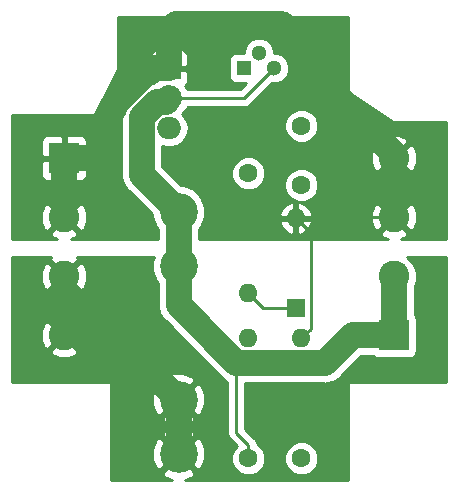
<source format=gbr>
G04 #@! TF.GenerationSoftware,KiCad,Pcbnew,5.0.2-bee76a0~70~ubuntu16.04.1*
G04 #@! TF.CreationDate,2022-01-22T20:55:08+01:00*
G04 #@! TF.ProjectId,Crowbar2,43726f77-6261-4723-922e-6b696361645f,rev?*
G04 #@! TF.SameCoordinates,Original*
G04 #@! TF.FileFunction,Copper,L1,Top*
G04 #@! TF.FilePolarity,Positive*
%FSLAX46Y46*%
G04 Gerber Fmt 4.6, Leading zero omitted, Abs format (unit mm)*
G04 Created by KiCad (PCBNEW 5.0.2-bee76a0~70~ubuntu16.04.1) date lör 22 jan 2022 20:55:08*
%MOMM*%
%LPD*%
G01*
G04 APERTURE LIST*
G04 #@! TA.AperFunction,ComponentPad*
%ADD10C,3.200000*%
G04 #@! TD*
G04 #@! TA.AperFunction,ComponentPad*
%ADD11R,1.600000X1.600000*%
G04 #@! TD*
G04 #@! TA.AperFunction,ComponentPad*
%ADD12O,1.600000X1.600000*%
G04 #@! TD*
G04 #@! TA.AperFunction,ComponentPad*
%ADD13C,1.600000*%
G04 #@! TD*
G04 #@! TA.AperFunction,ComponentPad*
%ADD14R,2.000000X1.905000*%
G04 #@! TD*
G04 #@! TA.AperFunction,ComponentPad*
%ADD15O,2.000000X1.905000*%
G04 #@! TD*
G04 #@! TA.AperFunction,ComponentPad*
%ADD16C,1.300000*%
G04 #@! TD*
G04 #@! TA.AperFunction,ComponentPad*
%ADD17R,1.300000X1.300000*%
G04 #@! TD*
G04 #@! TA.AperFunction,ComponentPad*
%ADD18C,2.600000*%
G04 #@! TD*
G04 #@! TA.AperFunction,ComponentPad*
%ADD19R,2.600000X2.600000*%
G04 #@! TD*
G04 #@! TA.AperFunction,Conductor*
%ADD20C,2.200000*%
G04 #@! TD*
G04 #@! TA.AperFunction,Conductor*
%ADD21C,0.250000*%
G04 #@! TD*
G04 #@! TA.AperFunction,Conductor*
%ADD22C,0.254000*%
G04 #@! TD*
G04 APERTURE END LIST*
D10*
G04 #@! TO.P,F1,2*
G04 #@! TO.N,Net-(F1-Pad2)*
X98600000Y-87270000D03*
X98600000Y-82670000D03*
G04 #@! TO.P,F1,1*
G04 #@! TO.N,Net-(C1-Pad1)*
X98600000Y-71370000D03*
X98600000Y-66770000D03*
G04 #@! TD*
D11*
G04 #@! TO.P,D1,1*
G04 #@! TO.N,Net-(D1-Pad1)*
X108500000Y-74930000D03*
D12*
G04 #@! TO.P,D1,2*
G04 #@! TO.N,Net-(D1-Pad2)*
X108500000Y-67310000D03*
G04 #@! TD*
D13*
G04 #@! TO.P,C1,1*
G04 #@! TO.N,Net-(C1-Pad1)*
X109000000Y-59500000D03*
G04 #@! TO.P,C1,2*
G04 #@! TO.N,Net-(C1-Pad2)*
X109000000Y-64500000D03*
G04 #@! TD*
D14*
G04 #@! TO.P,Q2,1*
G04 #@! TO.N,Net-(D1-Pad2)*
X97790000Y-54610000D03*
D15*
G04 #@! TO.P,Q2,2*
G04 #@! TO.N,Net-(C1-Pad1)*
X97790000Y-57150000D03*
G04 #@! TO.P,Q2,3*
G04 #@! TO.N,Net-(Q1-Pad1)*
X97790000Y-59690000D03*
G04 #@! TD*
D16*
G04 #@! TO.P,Q1,2*
G04 #@! TO.N,Net-(C1-Pad2)*
X105410000Y-53340000D03*
G04 #@! TO.P,Q1,3*
G04 #@! TO.N,Net-(C1-Pad1)*
X106680000Y-54610000D03*
D17*
G04 #@! TO.P,Q1,1*
G04 #@! TO.N,Net-(Q1-Pad1)*
X104140000Y-54610000D03*
G04 #@! TD*
D13*
G04 #@! TO.P,R3,1*
G04 #@! TO.N,Net-(Q1-Pad1)*
X109000000Y-87630000D03*
D12*
G04 #@! TO.P,R3,2*
G04 #@! TO.N,Net-(D1-Pad2)*
X109000000Y-77470000D03*
G04 #@! TD*
G04 #@! TO.P,R2,2*
G04 #@! TO.N,Net-(D1-Pad1)*
X104500000Y-73660000D03*
D13*
G04 #@! TO.P,R2,1*
G04 #@! TO.N,Net-(C1-Pad2)*
X104500000Y-63500000D03*
G04 #@! TD*
G04 #@! TO.P,R1,1*
G04 #@! TO.N,Net-(C1-Pad1)*
X104500000Y-87630000D03*
D12*
G04 #@! TO.P,R1,2*
G04 #@! TO.N,Net-(D1-Pad1)*
X104500000Y-77470000D03*
G04 #@! TD*
D18*
G04 #@! TO.P,J2,4*
G04 #@! TO.N,Net-(D1-Pad2)*
X116840000Y-62216000D03*
G04 #@! TO.P,J2,3*
X116840000Y-67216000D03*
G04 #@! TO.P,J2,2*
G04 #@! TO.N,Net-(C1-Pad1)*
X116840000Y-72216000D03*
D19*
G04 #@! TO.P,J2,1*
X116840000Y-77216000D03*
G04 #@! TD*
G04 #@! TO.P,J1,1*
G04 #@! TO.N,Net-(D1-Pad2)*
X88900000Y-62230000D03*
D18*
G04 #@! TO.P,J1,2*
X88900000Y-67230000D03*
G04 #@! TO.P,J1,3*
G04 #@! TO.N,Net-(F1-Pad2)*
X88900000Y-72230000D03*
G04 #@! TO.P,J1,4*
X88900000Y-77230000D03*
G04 #@! TD*
D20*
G04 #@! TO.N,Net-(D1-Pad2)*
X116840000Y-67216000D02*
X116840000Y-62216000D01*
X88900000Y-67230000D02*
X88900000Y-62230000D01*
D21*
X108594000Y-67216000D02*
X108500000Y-67310000D01*
X116840000Y-67216000D02*
X108594000Y-67216000D01*
X109799999Y-76670001D02*
X109000000Y-77470000D01*
X109799999Y-68609999D02*
X109799999Y-76670001D01*
X108500000Y-67310000D02*
X109799999Y-68609999D01*
D20*
X96520000Y-54610000D02*
X97790000Y-54610000D01*
X96092521Y-55037479D02*
X96520000Y-54610000D01*
X95815363Y-55037479D02*
X96092521Y-55037479D01*
X93089980Y-57762862D02*
X95815363Y-55037479D01*
X92710000Y-58420000D02*
X93089979Y-58040021D01*
X93089979Y-58040021D02*
X93089980Y-57762862D01*
X88900000Y-62230000D02*
X92400000Y-62230000D01*
X92400000Y-62230000D02*
X92710000Y-61920000D01*
X92710000Y-61920000D02*
X92710000Y-58420000D01*
X97790000Y-51457500D02*
X97790000Y-54610000D01*
X98342490Y-50905010D02*
X97790000Y-51457500D01*
X107367487Y-50905010D02*
X98342490Y-50905010D01*
X110871000Y-54408523D02*
X107367487Y-50905010D01*
X116840000Y-61849000D02*
X110871000Y-55880000D01*
X116840000Y-62216000D02*
X116840000Y-61849000D01*
X110871000Y-55880000D02*
X110871000Y-54408523D01*
G04 #@! TO.N,Net-(F1-Pad2)*
X88900000Y-72230000D02*
X88900000Y-77230000D01*
X93160000Y-77230000D02*
X98600000Y-82670000D01*
X88900000Y-77230000D02*
X93160000Y-77230000D01*
X98600000Y-82670000D02*
X98600000Y-87270000D01*
G04 #@! TO.N,Net-(C1-Pad1)*
X98600000Y-71370000D02*
X98600000Y-66770000D01*
X116840000Y-72216000D02*
X116840000Y-77216000D01*
X98600000Y-74678002D02*
X98600000Y-73632741D01*
X103491999Y-79570001D02*
X98600000Y-74678002D01*
X98600000Y-73632741D02*
X98600000Y-71370000D01*
X113340000Y-77216000D02*
X110985999Y-79570001D01*
X110985999Y-79570001D02*
X103491999Y-79570001D01*
X116840000Y-77216000D02*
X113340000Y-77216000D01*
D21*
X104140000Y-57150000D02*
X97790000Y-57150000D01*
X106680000Y-54610000D02*
X104140000Y-57150000D01*
X103491999Y-85490629D02*
X103491999Y-79570001D01*
X104500000Y-86498630D02*
X103491999Y-85490629D01*
X104500000Y-87630000D02*
X104500000Y-86498630D01*
D20*
X98600000Y-66770000D02*
X95489990Y-63659990D01*
X95489990Y-63659990D02*
X95489990Y-58756980D01*
X96809480Y-57437490D02*
X97502510Y-57437490D01*
X97502510Y-57437490D02*
X97790000Y-57150000D01*
X95489990Y-58756980D02*
X96809480Y-57437490D01*
D21*
G04 #@! TO.N,Net-(D1-Pad1)*
X105770000Y-74930000D02*
X104500000Y-73660000D01*
X108500000Y-74930000D02*
X105770000Y-74930000D01*
G04 #@! TD*
D22*
G04 #@! TO.N,Net-(D1-Pad2)*
G36*
X112903000Y-56515000D02*
X112912667Y-56563601D01*
X112940197Y-56604803D01*
X112959553Y-56620670D01*
X116769553Y-59160670D01*
X116840000Y-59182000D01*
X121210000Y-59182000D01*
X121210000Y-69088000D01*
X117400680Y-69088000D01*
X117894496Y-68883455D01*
X118029854Y-68585459D01*
X116840000Y-67395605D01*
X115650146Y-68585459D01*
X115785504Y-68883455D01*
X116316720Y-69088000D01*
X100335000Y-69088000D01*
X100335000Y-68195767D01*
X100494741Y-68036026D01*
X100650893Y-67659041D01*
X107108086Y-67659041D01*
X107347611Y-68165134D01*
X107762577Y-68541041D01*
X108150961Y-68701904D01*
X108373000Y-68579915D01*
X108373000Y-67437000D01*
X108627000Y-67437000D01*
X108627000Y-68579915D01*
X108849039Y-68701904D01*
X109237423Y-68541041D01*
X109652389Y-68165134D01*
X109891914Y-67659041D01*
X109770629Y-67437000D01*
X108627000Y-67437000D01*
X108373000Y-67437000D01*
X107229371Y-67437000D01*
X107108086Y-67659041D01*
X100650893Y-67659041D01*
X100835000Y-67214569D01*
X100835000Y-66960959D01*
X107108086Y-66960959D01*
X107229371Y-67183000D01*
X108373000Y-67183000D01*
X108373000Y-66040085D01*
X108150961Y-65918096D01*
X107762577Y-66078959D01*
X107347611Y-66454866D01*
X107108086Y-66960959D01*
X100835000Y-66960959D01*
X100835000Y-66325431D01*
X100494741Y-65503974D01*
X99866026Y-64875259D01*
X99044569Y-64535000D01*
X98818660Y-64535000D01*
X97498221Y-63214561D01*
X103065000Y-63214561D01*
X103065000Y-63785439D01*
X103283466Y-64312862D01*
X103687138Y-64716534D01*
X104214561Y-64935000D01*
X104785439Y-64935000D01*
X105312862Y-64716534D01*
X105716534Y-64312862D01*
X105757251Y-64214561D01*
X107565000Y-64214561D01*
X107565000Y-64785439D01*
X107783466Y-65312862D01*
X108187138Y-65716534D01*
X108714561Y-65935000D01*
X108818271Y-65935000D01*
X108627000Y-66040085D01*
X108627000Y-67183000D01*
X109770629Y-67183000D01*
X109891914Y-66960959D01*
X109853541Y-66879880D01*
X114895934Y-66879880D01*
X114915290Y-67649427D01*
X115172545Y-68270496D01*
X115470541Y-68405854D01*
X116660395Y-67216000D01*
X117019605Y-67216000D01*
X118209459Y-68405854D01*
X118507455Y-68270496D01*
X118784066Y-67552120D01*
X118764710Y-66782573D01*
X118507455Y-66161504D01*
X118209459Y-66026146D01*
X117019605Y-67216000D01*
X116660395Y-67216000D01*
X115470541Y-66026146D01*
X115172545Y-66161504D01*
X114895934Y-66879880D01*
X109853541Y-66879880D01*
X109652389Y-66454866D01*
X109237423Y-66078959D01*
X108889852Y-65935000D01*
X109285439Y-65935000D01*
X109498997Y-65846541D01*
X115650146Y-65846541D01*
X116840000Y-67036395D01*
X118029854Y-65846541D01*
X117894496Y-65548545D01*
X117176120Y-65271934D01*
X116406573Y-65291290D01*
X115785504Y-65548545D01*
X115650146Y-65846541D01*
X109498997Y-65846541D01*
X109812862Y-65716534D01*
X110216534Y-65312862D01*
X110435000Y-64785439D01*
X110435000Y-64214561D01*
X110216534Y-63687138D01*
X110114855Y-63585459D01*
X115650146Y-63585459D01*
X115785504Y-63883455D01*
X116503880Y-64160066D01*
X117273427Y-64140710D01*
X117894496Y-63883455D01*
X118029854Y-63585459D01*
X116840000Y-62395605D01*
X115650146Y-63585459D01*
X110114855Y-63585459D01*
X109812862Y-63283466D01*
X109285439Y-63065000D01*
X108714561Y-63065000D01*
X108187138Y-63283466D01*
X107783466Y-63687138D01*
X107565000Y-64214561D01*
X105757251Y-64214561D01*
X105935000Y-63785439D01*
X105935000Y-63214561D01*
X105716534Y-62687138D01*
X105312862Y-62283466D01*
X104785439Y-62065000D01*
X104214561Y-62065000D01*
X103687138Y-62283466D01*
X103283466Y-62687138D01*
X103065000Y-63214561D01*
X97498221Y-63214561D01*
X97224990Y-62941331D01*
X97224990Y-61879880D01*
X114895934Y-61879880D01*
X114915290Y-62649427D01*
X115172545Y-63270496D01*
X115470541Y-63405854D01*
X116660395Y-62216000D01*
X117019605Y-62216000D01*
X118209459Y-63405854D01*
X118507455Y-63270496D01*
X118784066Y-62552120D01*
X118764710Y-61782573D01*
X118507455Y-61161504D01*
X118209459Y-61026146D01*
X117019605Y-62216000D01*
X116660395Y-62216000D01*
X115470541Y-61026146D01*
X115172545Y-61161504D01*
X114895934Y-61879880D01*
X97224990Y-61879880D01*
X97224990Y-61205660D01*
X97586150Y-61277500D01*
X97993850Y-61277500D01*
X98456911Y-61185391D01*
X98982023Y-60834523D01*
X99332891Y-60309411D01*
X99456100Y-59690000D01*
X99361529Y-59214561D01*
X107565000Y-59214561D01*
X107565000Y-59785439D01*
X107783466Y-60312862D01*
X108187138Y-60716534D01*
X108714561Y-60935000D01*
X109285439Y-60935000D01*
X109498997Y-60846541D01*
X115650146Y-60846541D01*
X116840000Y-62036395D01*
X118029854Y-60846541D01*
X117894496Y-60548545D01*
X117176120Y-60271934D01*
X116406573Y-60291290D01*
X115785504Y-60548545D01*
X115650146Y-60846541D01*
X109498997Y-60846541D01*
X109812862Y-60716534D01*
X110216534Y-60312862D01*
X110435000Y-59785439D01*
X110435000Y-59214561D01*
X110216534Y-58687138D01*
X109812862Y-58283466D01*
X109285439Y-58065000D01*
X108714561Y-58065000D01*
X108187138Y-58283466D01*
X107783466Y-58687138D01*
X107565000Y-59214561D01*
X99361529Y-59214561D01*
X99332891Y-59070589D01*
X98982023Y-58545477D01*
X98901791Y-58491868D01*
X99137660Y-58256000D01*
X99368850Y-57910000D01*
X104065153Y-57910000D01*
X104140000Y-57924888D01*
X104214847Y-57910000D01*
X104214852Y-57910000D01*
X104436537Y-57865904D01*
X104687929Y-57697929D01*
X104730331Y-57634470D01*
X106469802Y-55895000D01*
X106935602Y-55895000D01*
X107407894Y-55699371D01*
X107769371Y-55337894D01*
X107965000Y-54865602D01*
X107965000Y-54354398D01*
X107769371Y-53882106D01*
X107407894Y-53520629D01*
X106935602Y-53325000D01*
X106695000Y-53325000D01*
X106695000Y-53084398D01*
X106499371Y-52612106D01*
X106137894Y-52250629D01*
X105665602Y-52055000D01*
X105154398Y-52055000D01*
X104682106Y-52250629D01*
X104320629Y-52612106D01*
X104125000Y-53084398D01*
X104125000Y-53312560D01*
X103490000Y-53312560D01*
X103242235Y-53361843D01*
X103032191Y-53502191D01*
X102891843Y-53712235D01*
X102842560Y-53960000D01*
X102842560Y-55260000D01*
X102891843Y-55507765D01*
X103032191Y-55717809D01*
X103242235Y-55858157D01*
X103490000Y-55907440D01*
X104307758Y-55907440D01*
X103825199Y-56390000D01*
X99368849Y-56390000D01*
X99165243Y-56085283D01*
X99328327Y-55922198D01*
X99425000Y-55688809D01*
X99425000Y-54895750D01*
X99266250Y-54737000D01*
X97917000Y-54737000D01*
X97917000Y-54757000D01*
X97663000Y-54757000D01*
X97663000Y-54737000D01*
X96313750Y-54737000D01*
X96155000Y-54895750D01*
X96155000Y-55688809D01*
X96197047Y-55790320D01*
X96132516Y-55803156D01*
X95976445Y-55907440D01*
X95558615Y-56186625D01*
X95461819Y-56331491D01*
X94383993Y-57409318D01*
X94239126Y-57506115D01*
X93998723Y-57865904D01*
X93855657Y-58080017D01*
X93721000Y-58756980D01*
X93754991Y-58927863D01*
X93754990Y-63489111D01*
X93721000Y-63659990D01*
X93754990Y-63830868D01*
X93754990Y-63830869D01*
X93855656Y-64336952D01*
X94239125Y-64910855D01*
X94383995Y-65007654D01*
X96365000Y-66988660D01*
X96365000Y-67214569D01*
X96705259Y-68036026D01*
X96865001Y-68195768D01*
X96865000Y-69088000D01*
X89494479Y-69088000D01*
X89954496Y-68897455D01*
X90089854Y-68599459D01*
X88900000Y-67409605D01*
X87710146Y-68599459D01*
X87845504Y-68897455D01*
X88340361Y-69088000D01*
X84530000Y-69088000D01*
X84530000Y-66893880D01*
X86955934Y-66893880D01*
X86975290Y-67663427D01*
X87232545Y-68284496D01*
X87530541Y-68419854D01*
X88720395Y-67230000D01*
X89079605Y-67230000D01*
X90269459Y-68419854D01*
X90567455Y-68284496D01*
X90844066Y-67566120D01*
X90824710Y-66796573D01*
X90567455Y-66175504D01*
X90269459Y-66040146D01*
X89079605Y-67230000D01*
X88720395Y-67230000D01*
X87530541Y-66040146D01*
X87232545Y-66175504D01*
X86955934Y-66893880D01*
X84530000Y-66893880D01*
X84530000Y-65860541D01*
X87710146Y-65860541D01*
X88900000Y-67050395D01*
X90089854Y-65860541D01*
X89954496Y-65562545D01*
X89236120Y-65285934D01*
X88466573Y-65305290D01*
X87845504Y-65562545D01*
X87710146Y-65860541D01*
X84530000Y-65860541D01*
X84530000Y-62515750D01*
X86965000Y-62515750D01*
X86965000Y-63656309D01*
X87061673Y-63889698D01*
X87240301Y-64068327D01*
X87473690Y-64165000D01*
X88614250Y-64165000D01*
X88773000Y-64006250D01*
X88773000Y-62357000D01*
X89027000Y-62357000D01*
X89027000Y-64006250D01*
X89185750Y-64165000D01*
X90326310Y-64165000D01*
X90559699Y-64068327D01*
X90738327Y-63889698D01*
X90835000Y-63656309D01*
X90835000Y-62515750D01*
X90676250Y-62357000D01*
X89027000Y-62357000D01*
X88773000Y-62357000D01*
X87123750Y-62357000D01*
X86965000Y-62515750D01*
X84530000Y-62515750D01*
X84530000Y-60803691D01*
X86965000Y-60803691D01*
X86965000Y-61944250D01*
X87123750Y-62103000D01*
X88773000Y-62103000D01*
X88773000Y-60453750D01*
X89027000Y-60453750D01*
X89027000Y-62103000D01*
X90676250Y-62103000D01*
X90835000Y-61944250D01*
X90835000Y-60803691D01*
X90738327Y-60570302D01*
X90559699Y-60391673D01*
X90326310Y-60295000D01*
X89185750Y-60295000D01*
X89027000Y-60453750D01*
X88773000Y-60453750D01*
X88614250Y-60295000D01*
X87473690Y-60295000D01*
X87240301Y-60391673D01*
X87061673Y-60570302D01*
X86965000Y-60803691D01*
X84530000Y-60803691D01*
X84530000Y-58547000D01*
X91440000Y-58547000D01*
X91488601Y-58537333D01*
X91529803Y-58509803D01*
X91553592Y-58476796D01*
X93458592Y-54666796D01*
X93472000Y-54610000D01*
X93472000Y-53531191D01*
X96155000Y-53531191D01*
X96155000Y-54324250D01*
X96313750Y-54483000D01*
X97663000Y-54483000D01*
X97663000Y-53181250D01*
X97917000Y-53181250D01*
X97917000Y-54483000D01*
X99266250Y-54483000D01*
X99425000Y-54324250D01*
X99425000Y-53531191D01*
X99328327Y-53297802D01*
X99149699Y-53119173D01*
X98916310Y-53022500D01*
X98075750Y-53022500D01*
X97917000Y-53181250D01*
X97663000Y-53181250D01*
X97504250Y-53022500D01*
X96663690Y-53022500D01*
X96430301Y-53119173D01*
X96251673Y-53297802D01*
X96155000Y-53531191D01*
X93472000Y-53531191D01*
X93472000Y-50240000D01*
X112903000Y-50240000D01*
X112903000Y-56515000D01*
X112903000Y-56515000D01*
G37*
X112903000Y-56515000D02*
X112912667Y-56563601D01*
X112940197Y-56604803D01*
X112959553Y-56620670D01*
X116769553Y-59160670D01*
X116840000Y-59182000D01*
X121210000Y-59182000D01*
X121210000Y-69088000D01*
X117400680Y-69088000D01*
X117894496Y-68883455D01*
X118029854Y-68585459D01*
X116840000Y-67395605D01*
X115650146Y-68585459D01*
X115785504Y-68883455D01*
X116316720Y-69088000D01*
X100335000Y-69088000D01*
X100335000Y-68195767D01*
X100494741Y-68036026D01*
X100650893Y-67659041D01*
X107108086Y-67659041D01*
X107347611Y-68165134D01*
X107762577Y-68541041D01*
X108150961Y-68701904D01*
X108373000Y-68579915D01*
X108373000Y-67437000D01*
X108627000Y-67437000D01*
X108627000Y-68579915D01*
X108849039Y-68701904D01*
X109237423Y-68541041D01*
X109652389Y-68165134D01*
X109891914Y-67659041D01*
X109770629Y-67437000D01*
X108627000Y-67437000D01*
X108373000Y-67437000D01*
X107229371Y-67437000D01*
X107108086Y-67659041D01*
X100650893Y-67659041D01*
X100835000Y-67214569D01*
X100835000Y-66960959D01*
X107108086Y-66960959D01*
X107229371Y-67183000D01*
X108373000Y-67183000D01*
X108373000Y-66040085D01*
X108150961Y-65918096D01*
X107762577Y-66078959D01*
X107347611Y-66454866D01*
X107108086Y-66960959D01*
X100835000Y-66960959D01*
X100835000Y-66325431D01*
X100494741Y-65503974D01*
X99866026Y-64875259D01*
X99044569Y-64535000D01*
X98818660Y-64535000D01*
X97498221Y-63214561D01*
X103065000Y-63214561D01*
X103065000Y-63785439D01*
X103283466Y-64312862D01*
X103687138Y-64716534D01*
X104214561Y-64935000D01*
X104785439Y-64935000D01*
X105312862Y-64716534D01*
X105716534Y-64312862D01*
X105757251Y-64214561D01*
X107565000Y-64214561D01*
X107565000Y-64785439D01*
X107783466Y-65312862D01*
X108187138Y-65716534D01*
X108714561Y-65935000D01*
X108818271Y-65935000D01*
X108627000Y-66040085D01*
X108627000Y-67183000D01*
X109770629Y-67183000D01*
X109891914Y-66960959D01*
X109853541Y-66879880D01*
X114895934Y-66879880D01*
X114915290Y-67649427D01*
X115172545Y-68270496D01*
X115470541Y-68405854D01*
X116660395Y-67216000D01*
X117019605Y-67216000D01*
X118209459Y-68405854D01*
X118507455Y-68270496D01*
X118784066Y-67552120D01*
X118764710Y-66782573D01*
X118507455Y-66161504D01*
X118209459Y-66026146D01*
X117019605Y-67216000D01*
X116660395Y-67216000D01*
X115470541Y-66026146D01*
X115172545Y-66161504D01*
X114895934Y-66879880D01*
X109853541Y-66879880D01*
X109652389Y-66454866D01*
X109237423Y-66078959D01*
X108889852Y-65935000D01*
X109285439Y-65935000D01*
X109498997Y-65846541D01*
X115650146Y-65846541D01*
X116840000Y-67036395D01*
X118029854Y-65846541D01*
X117894496Y-65548545D01*
X117176120Y-65271934D01*
X116406573Y-65291290D01*
X115785504Y-65548545D01*
X115650146Y-65846541D01*
X109498997Y-65846541D01*
X109812862Y-65716534D01*
X110216534Y-65312862D01*
X110435000Y-64785439D01*
X110435000Y-64214561D01*
X110216534Y-63687138D01*
X110114855Y-63585459D01*
X115650146Y-63585459D01*
X115785504Y-63883455D01*
X116503880Y-64160066D01*
X117273427Y-64140710D01*
X117894496Y-63883455D01*
X118029854Y-63585459D01*
X116840000Y-62395605D01*
X115650146Y-63585459D01*
X110114855Y-63585459D01*
X109812862Y-63283466D01*
X109285439Y-63065000D01*
X108714561Y-63065000D01*
X108187138Y-63283466D01*
X107783466Y-63687138D01*
X107565000Y-64214561D01*
X105757251Y-64214561D01*
X105935000Y-63785439D01*
X105935000Y-63214561D01*
X105716534Y-62687138D01*
X105312862Y-62283466D01*
X104785439Y-62065000D01*
X104214561Y-62065000D01*
X103687138Y-62283466D01*
X103283466Y-62687138D01*
X103065000Y-63214561D01*
X97498221Y-63214561D01*
X97224990Y-62941331D01*
X97224990Y-61879880D01*
X114895934Y-61879880D01*
X114915290Y-62649427D01*
X115172545Y-63270496D01*
X115470541Y-63405854D01*
X116660395Y-62216000D01*
X117019605Y-62216000D01*
X118209459Y-63405854D01*
X118507455Y-63270496D01*
X118784066Y-62552120D01*
X118764710Y-61782573D01*
X118507455Y-61161504D01*
X118209459Y-61026146D01*
X117019605Y-62216000D01*
X116660395Y-62216000D01*
X115470541Y-61026146D01*
X115172545Y-61161504D01*
X114895934Y-61879880D01*
X97224990Y-61879880D01*
X97224990Y-61205660D01*
X97586150Y-61277500D01*
X97993850Y-61277500D01*
X98456911Y-61185391D01*
X98982023Y-60834523D01*
X99332891Y-60309411D01*
X99456100Y-59690000D01*
X99361529Y-59214561D01*
X107565000Y-59214561D01*
X107565000Y-59785439D01*
X107783466Y-60312862D01*
X108187138Y-60716534D01*
X108714561Y-60935000D01*
X109285439Y-60935000D01*
X109498997Y-60846541D01*
X115650146Y-60846541D01*
X116840000Y-62036395D01*
X118029854Y-60846541D01*
X117894496Y-60548545D01*
X117176120Y-60271934D01*
X116406573Y-60291290D01*
X115785504Y-60548545D01*
X115650146Y-60846541D01*
X109498997Y-60846541D01*
X109812862Y-60716534D01*
X110216534Y-60312862D01*
X110435000Y-59785439D01*
X110435000Y-59214561D01*
X110216534Y-58687138D01*
X109812862Y-58283466D01*
X109285439Y-58065000D01*
X108714561Y-58065000D01*
X108187138Y-58283466D01*
X107783466Y-58687138D01*
X107565000Y-59214561D01*
X99361529Y-59214561D01*
X99332891Y-59070589D01*
X98982023Y-58545477D01*
X98901791Y-58491868D01*
X99137660Y-58256000D01*
X99368850Y-57910000D01*
X104065153Y-57910000D01*
X104140000Y-57924888D01*
X104214847Y-57910000D01*
X104214852Y-57910000D01*
X104436537Y-57865904D01*
X104687929Y-57697929D01*
X104730331Y-57634470D01*
X106469802Y-55895000D01*
X106935602Y-55895000D01*
X107407894Y-55699371D01*
X107769371Y-55337894D01*
X107965000Y-54865602D01*
X107965000Y-54354398D01*
X107769371Y-53882106D01*
X107407894Y-53520629D01*
X106935602Y-53325000D01*
X106695000Y-53325000D01*
X106695000Y-53084398D01*
X106499371Y-52612106D01*
X106137894Y-52250629D01*
X105665602Y-52055000D01*
X105154398Y-52055000D01*
X104682106Y-52250629D01*
X104320629Y-52612106D01*
X104125000Y-53084398D01*
X104125000Y-53312560D01*
X103490000Y-53312560D01*
X103242235Y-53361843D01*
X103032191Y-53502191D01*
X102891843Y-53712235D01*
X102842560Y-53960000D01*
X102842560Y-55260000D01*
X102891843Y-55507765D01*
X103032191Y-55717809D01*
X103242235Y-55858157D01*
X103490000Y-55907440D01*
X104307758Y-55907440D01*
X103825199Y-56390000D01*
X99368849Y-56390000D01*
X99165243Y-56085283D01*
X99328327Y-55922198D01*
X99425000Y-55688809D01*
X99425000Y-54895750D01*
X99266250Y-54737000D01*
X97917000Y-54737000D01*
X97917000Y-54757000D01*
X97663000Y-54757000D01*
X97663000Y-54737000D01*
X96313750Y-54737000D01*
X96155000Y-54895750D01*
X96155000Y-55688809D01*
X96197047Y-55790320D01*
X96132516Y-55803156D01*
X95976445Y-55907440D01*
X95558615Y-56186625D01*
X95461819Y-56331491D01*
X94383993Y-57409318D01*
X94239126Y-57506115D01*
X93998723Y-57865904D01*
X93855657Y-58080017D01*
X93721000Y-58756980D01*
X93754991Y-58927863D01*
X93754990Y-63489111D01*
X93721000Y-63659990D01*
X93754990Y-63830868D01*
X93754990Y-63830869D01*
X93855656Y-64336952D01*
X94239125Y-64910855D01*
X94383995Y-65007654D01*
X96365000Y-66988660D01*
X96365000Y-67214569D01*
X96705259Y-68036026D01*
X96865001Y-68195768D01*
X96865000Y-69088000D01*
X89494479Y-69088000D01*
X89954496Y-68897455D01*
X90089854Y-68599459D01*
X88900000Y-67409605D01*
X87710146Y-68599459D01*
X87845504Y-68897455D01*
X88340361Y-69088000D01*
X84530000Y-69088000D01*
X84530000Y-66893880D01*
X86955934Y-66893880D01*
X86975290Y-67663427D01*
X87232545Y-68284496D01*
X87530541Y-68419854D01*
X88720395Y-67230000D01*
X89079605Y-67230000D01*
X90269459Y-68419854D01*
X90567455Y-68284496D01*
X90844066Y-67566120D01*
X90824710Y-66796573D01*
X90567455Y-66175504D01*
X90269459Y-66040146D01*
X89079605Y-67230000D01*
X88720395Y-67230000D01*
X87530541Y-66040146D01*
X87232545Y-66175504D01*
X86955934Y-66893880D01*
X84530000Y-66893880D01*
X84530000Y-65860541D01*
X87710146Y-65860541D01*
X88900000Y-67050395D01*
X90089854Y-65860541D01*
X89954496Y-65562545D01*
X89236120Y-65285934D01*
X88466573Y-65305290D01*
X87845504Y-65562545D01*
X87710146Y-65860541D01*
X84530000Y-65860541D01*
X84530000Y-62515750D01*
X86965000Y-62515750D01*
X86965000Y-63656309D01*
X87061673Y-63889698D01*
X87240301Y-64068327D01*
X87473690Y-64165000D01*
X88614250Y-64165000D01*
X88773000Y-64006250D01*
X88773000Y-62357000D01*
X89027000Y-62357000D01*
X89027000Y-64006250D01*
X89185750Y-64165000D01*
X90326310Y-64165000D01*
X90559699Y-64068327D01*
X90738327Y-63889698D01*
X90835000Y-63656309D01*
X90835000Y-62515750D01*
X90676250Y-62357000D01*
X89027000Y-62357000D01*
X88773000Y-62357000D01*
X87123750Y-62357000D01*
X86965000Y-62515750D01*
X84530000Y-62515750D01*
X84530000Y-60803691D01*
X86965000Y-60803691D01*
X86965000Y-61944250D01*
X87123750Y-62103000D01*
X88773000Y-62103000D01*
X88773000Y-60453750D01*
X89027000Y-60453750D01*
X89027000Y-62103000D01*
X90676250Y-62103000D01*
X90835000Y-61944250D01*
X90835000Y-60803691D01*
X90738327Y-60570302D01*
X90559699Y-60391673D01*
X90326310Y-60295000D01*
X89185750Y-60295000D01*
X89027000Y-60453750D01*
X88773000Y-60453750D01*
X88614250Y-60295000D01*
X87473690Y-60295000D01*
X87240301Y-60391673D01*
X87061673Y-60570302D01*
X86965000Y-60803691D01*
X84530000Y-60803691D01*
X84530000Y-58547000D01*
X91440000Y-58547000D01*
X91488601Y-58537333D01*
X91529803Y-58509803D01*
X91553592Y-58476796D01*
X93458592Y-54666796D01*
X93472000Y-54610000D01*
X93472000Y-53531191D01*
X96155000Y-53531191D01*
X96155000Y-54324250D01*
X96313750Y-54483000D01*
X97663000Y-54483000D01*
X97663000Y-53181250D01*
X97917000Y-53181250D01*
X97917000Y-54483000D01*
X99266250Y-54483000D01*
X99425000Y-54324250D01*
X99425000Y-53531191D01*
X99328327Y-53297802D01*
X99149699Y-53119173D01*
X98916310Y-53022500D01*
X98075750Y-53022500D01*
X97917000Y-53181250D01*
X97663000Y-53181250D01*
X97504250Y-53022500D01*
X96663690Y-53022500D01*
X96430301Y-53119173D01*
X96251673Y-53297802D01*
X96155000Y-53531191D01*
X93472000Y-53531191D01*
X93472000Y-50240000D01*
X112903000Y-50240000D01*
X112903000Y-56515000D01*
G04 #@! TO.N,Net-(F1-Pad2)*
G36*
X87710146Y-70860541D02*
X88900000Y-72050395D01*
X90089854Y-70860541D01*
X89976960Y-70612000D01*
X96494828Y-70612000D01*
X96365000Y-70925431D01*
X96365000Y-71814569D01*
X96705259Y-72636026D01*
X96865000Y-72795767D01*
X96865000Y-74507124D01*
X96831010Y-74678002D01*
X96865000Y-74848880D01*
X96865000Y-74848881D01*
X96965666Y-75354964D01*
X97349135Y-75928867D01*
X97494005Y-76025666D01*
X102144339Y-80676002D01*
X102241134Y-80820866D01*
X102732000Y-81148852D01*
X102731999Y-85415782D01*
X102717111Y-85490629D01*
X102731999Y-85565476D01*
X102731999Y-85565480D01*
X102776095Y-85787165D01*
X102944070Y-86038558D01*
X103007529Y-86080960D01*
X103513586Y-86587018D01*
X103283466Y-86817138D01*
X103065000Y-87344561D01*
X103065000Y-87915439D01*
X103283466Y-88442862D01*
X103687138Y-88846534D01*
X104214561Y-89065000D01*
X104785439Y-89065000D01*
X105312862Y-88846534D01*
X105716534Y-88442862D01*
X105935000Y-87915439D01*
X105935000Y-87344561D01*
X107565000Y-87344561D01*
X107565000Y-87915439D01*
X107783466Y-88442862D01*
X108187138Y-88846534D01*
X108714561Y-89065000D01*
X109285439Y-89065000D01*
X109812862Y-88846534D01*
X110216534Y-88442862D01*
X110435000Y-87915439D01*
X110435000Y-87344561D01*
X110216534Y-86817138D01*
X109812862Y-86413466D01*
X109285439Y-86195000D01*
X108714561Y-86195000D01*
X108187138Y-86413466D01*
X107783466Y-86817138D01*
X107565000Y-87344561D01*
X105935000Y-87344561D01*
X105716534Y-86817138D01*
X105312862Y-86413466D01*
X105253018Y-86388678D01*
X105215904Y-86202093D01*
X105215904Y-86202092D01*
X105090329Y-86014157D01*
X105047929Y-85950701D01*
X104984473Y-85908301D01*
X104251999Y-85175828D01*
X104251999Y-81305001D01*
X110815121Y-81305001D01*
X110985999Y-81338991D01*
X111156877Y-81305001D01*
X111156879Y-81305001D01*
X111662962Y-81204335D01*
X112236864Y-80820866D01*
X112333663Y-80675996D01*
X114058660Y-78951000D01*
X115066950Y-78951000D01*
X115082191Y-78973809D01*
X115292235Y-79114157D01*
X115540000Y-79163440D01*
X118140000Y-79163440D01*
X118387765Y-79114157D01*
X118597809Y-78973809D01*
X118738157Y-78763765D01*
X118787440Y-78516000D01*
X118787440Y-75916000D01*
X118738157Y-75668235D01*
X118597809Y-75458191D01*
X118575000Y-75442950D01*
X118575000Y-73083739D01*
X118775000Y-72600895D01*
X118775000Y-71831105D01*
X118480414Y-71119910D01*
X117972504Y-70612000D01*
X121210001Y-70612000D01*
X121210001Y-81153000D01*
X113030000Y-81153000D01*
X112981399Y-81162667D01*
X112940197Y-81190197D01*
X112912667Y-81231399D01*
X112903000Y-81280000D01*
X112903000Y-89460000D01*
X99171570Y-89460000D01*
X99834610Y-89185360D01*
X100006597Y-88856202D01*
X98600000Y-87449605D01*
X97193403Y-88856202D01*
X97365390Y-89185360D01*
X98060642Y-89460000D01*
X92837000Y-89460000D01*
X92837000Y-86862346D01*
X96357974Y-86862346D01*
X96372635Y-87751363D01*
X96684640Y-88504610D01*
X97013798Y-88676597D01*
X98420395Y-87270000D01*
X98779605Y-87270000D01*
X100186202Y-88676597D01*
X100515360Y-88504610D01*
X100842026Y-87677654D01*
X100827365Y-86788637D01*
X100515360Y-86035390D01*
X100186202Y-85863403D01*
X98779605Y-87270000D01*
X98420395Y-87270000D01*
X97013798Y-85863403D01*
X96684640Y-86035390D01*
X96357974Y-86862346D01*
X92837000Y-86862346D01*
X92837000Y-85683798D01*
X97193403Y-85683798D01*
X98600000Y-87090395D01*
X100006597Y-85683798D01*
X99834610Y-85354640D01*
X99007654Y-85027974D01*
X98118637Y-85042635D01*
X97365390Y-85354640D01*
X97193403Y-85683798D01*
X92837000Y-85683798D01*
X92837000Y-84256202D01*
X97193403Y-84256202D01*
X97365390Y-84585360D01*
X98192346Y-84912026D01*
X99081363Y-84897365D01*
X99834610Y-84585360D01*
X100006597Y-84256202D01*
X98600000Y-82849605D01*
X97193403Y-84256202D01*
X92837000Y-84256202D01*
X92837000Y-82262346D01*
X96357974Y-82262346D01*
X96372635Y-83151363D01*
X96684640Y-83904610D01*
X97013798Y-84076597D01*
X98420395Y-82670000D01*
X98779605Y-82670000D01*
X100186202Y-84076597D01*
X100515360Y-83904610D01*
X100842026Y-83077654D01*
X100827365Y-82188637D01*
X100515360Y-81435390D01*
X100186202Y-81263403D01*
X98779605Y-82670000D01*
X98420395Y-82670000D01*
X97013798Y-81263403D01*
X96684640Y-81435390D01*
X96357974Y-82262346D01*
X92837000Y-82262346D01*
X92837000Y-81280000D01*
X92827333Y-81231399D01*
X92799803Y-81190197D01*
X92758601Y-81162667D01*
X92710000Y-81153000D01*
X84530000Y-81153000D01*
X84530000Y-81083798D01*
X97193403Y-81083798D01*
X98600000Y-82490395D01*
X100006597Y-81083798D01*
X99834610Y-80754640D01*
X99007654Y-80427974D01*
X98118637Y-80442635D01*
X97365390Y-80754640D01*
X97193403Y-81083798D01*
X84530000Y-81083798D01*
X84530000Y-78599459D01*
X87710146Y-78599459D01*
X87845504Y-78897455D01*
X88563880Y-79174066D01*
X89333427Y-79154710D01*
X89954496Y-78897455D01*
X90089854Y-78599459D01*
X88900000Y-77409605D01*
X87710146Y-78599459D01*
X84530000Y-78599459D01*
X84530000Y-76893880D01*
X86955934Y-76893880D01*
X86975290Y-77663427D01*
X87232545Y-78284496D01*
X87530541Y-78419854D01*
X88720395Y-77230000D01*
X89079605Y-77230000D01*
X90269459Y-78419854D01*
X90567455Y-78284496D01*
X90844066Y-77566120D01*
X90824710Y-76796573D01*
X90567455Y-76175504D01*
X90269459Y-76040146D01*
X89079605Y-77230000D01*
X88720395Y-77230000D01*
X87530541Y-76040146D01*
X87232545Y-76175504D01*
X86955934Y-76893880D01*
X84530000Y-76893880D01*
X84530000Y-75860541D01*
X87710146Y-75860541D01*
X88900000Y-77050395D01*
X90089854Y-75860541D01*
X89954496Y-75562545D01*
X89236120Y-75285934D01*
X88466573Y-75305290D01*
X87845504Y-75562545D01*
X87710146Y-75860541D01*
X84530000Y-75860541D01*
X84530000Y-73599459D01*
X87710146Y-73599459D01*
X87845504Y-73897455D01*
X88563880Y-74174066D01*
X89333427Y-74154710D01*
X89954496Y-73897455D01*
X90089854Y-73599459D01*
X88900000Y-72409605D01*
X87710146Y-73599459D01*
X84530000Y-73599459D01*
X84530000Y-71893880D01*
X86955934Y-71893880D01*
X86975290Y-72663427D01*
X87232545Y-73284496D01*
X87530541Y-73419854D01*
X88720395Y-72230000D01*
X89079605Y-72230000D01*
X90269459Y-73419854D01*
X90567455Y-73284496D01*
X90844066Y-72566120D01*
X90824710Y-71796573D01*
X90567455Y-71175504D01*
X90269459Y-71040146D01*
X89079605Y-72230000D01*
X88720395Y-72230000D01*
X87530541Y-71040146D01*
X87232545Y-71175504D01*
X86955934Y-71893880D01*
X84530000Y-71893880D01*
X84530000Y-70612000D01*
X87823040Y-70612000D01*
X87710146Y-70860541D01*
X87710146Y-70860541D01*
G37*
X87710146Y-70860541D02*
X88900000Y-72050395D01*
X90089854Y-70860541D01*
X89976960Y-70612000D01*
X96494828Y-70612000D01*
X96365000Y-70925431D01*
X96365000Y-71814569D01*
X96705259Y-72636026D01*
X96865000Y-72795767D01*
X96865000Y-74507124D01*
X96831010Y-74678002D01*
X96865000Y-74848880D01*
X96865000Y-74848881D01*
X96965666Y-75354964D01*
X97349135Y-75928867D01*
X97494005Y-76025666D01*
X102144339Y-80676002D01*
X102241134Y-80820866D01*
X102732000Y-81148852D01*
X102731999Y-85415782D01*
X102717111Y-85490629D01*
X102731999Y-85565476D01*
X102731999Y-85565480D01*
X102776095Y-85787165D01*
X102944070Y-86038558D01*
X103007529Y-86080960D01*
X103513586Y-86587018D01*
X103283466Y-86817138D01*
X103065000Y-87344561D01*
X103065000Y-87915439D01*
X103283466Y-88442862D01*
X103687138Y-88846534D01*
X104214561Y-89065000D01*
X104785439Y-89065000D01*
X105312862Y-88846534D01*
X105716534Y-88442862D01*
X105935000Y-87915439D01*
X105935000Y-87344561D01*
X107565000Y-87344561D01*
X107565000Y-87915439D01*
X107783466Y-88442862D01*
X108187138Y-88846534D01*
X108714561Y-89065000D01*
X109285439Y-89065000D01*
X109812862Y-88846534D01*
X110216534Y-88442862D01*
X110435000Y-87915439D01*
X110435000Y-87344561D01*
X110216534Y-86817138D01*
X109812862Y-86413466D01*
X109285439Y-86195000D01*
X108714561Y-86195000D01*
X108187138Y-86413466D01*
X107783466Y-86817138D01*
X107565000Y-87344561D01*
X105935000Y-87344561D01*
X105716534Y-86817138D01*
X105312862Y-86413466D01*
X105253018Y-86388678D01*
X105215904Y-86202093D01*
X105215904Y-86202092D01*
X105090329Y-86014157D01*
X105047929Y-85950701D01*
X104984473Y-85908301D01*
X104251999Y-85175828D01*
X104251999Y-81305001D01*
X110815121Y-81305001D01*
X110985999Y-81338991D01*
X111156877Y-81305001D01*
X111156879Y-81305001D01*
X111662962Y-81204335D01*
X112236864Y-80820866D01*
X112333663Y-80675996D01*
X114058660Y-78951000D01*
X115066950Y-78951000D01*
X115082191Y-78973809D01*
X115292235Y-79114157D01*
X115540000Y-79163440D01*
X118140000Y-79163440D01*
X118387765Y-79114157D01*
X118597809Y-78973809D01*
X118738157Y-78763765D01*
X118787440Y-78516000D01*
X118787440Y-75916000D01*
X118738157Y-75668235D01*
X118597809Y-75458191D01*
X118575000Y-75442950D01*
X118575000Y-73083739D01*
X118775000Y-72600895D01*
X118775000Y-71831105D01*
X118480414Y-71119910D01*
X117972504Y-70612000D01*
X121210001Y-70612000D01*
X121210001Y-81153000D01*
X113030000Y-81153000D01*
X112981399Y-81162667D01*
X112940197Y-81190197D01*
X112912667Y-81231399D01*
X112903000Y-81280000D01*
X112903000Y-89460000D01*
X99171570Y-89460000D01*
X99834610Y-89185360D01*
X100006597Y-88856202D01*
X98600000Y-87449605D01*
X97193403Y-88856202D01*
X97365390Y-89185360D01*
X98060642Y-89460000D01*
X92837000Y-89460000D01*
X92837000Y-86862346D01*
X96357974Y-86862346D01*
X96372635Y-87751363D01*
X96684640Y-88504610D01*
X97013798Y-88676597D01*
X98420395Y-87270000D01*
X98779605Y-87270000D01*
X100186202Y-88676597D01*
X100515360Y-88504610D01*
X100842026Y-87677654D01*
X100827365Y-86788637D01*
X100515360Y-86035390D01*
X100186202Y-85863403D01*
X98779605Y-87270000D01*
X98420395Y-87270000D01*
X97013798Y-85863403D01*
X96684640Y-86035390D01*
X96357974Y-86862346D01*
X92837000Y-86862346D01*
X92837000Y-85683798D01*
X97193403Y-85683798D01*
X98600000Y-87090395D01*
X100006597Y-85683798D01*
X99834610Y-85354640D01*
X99007654Y-85027974D01*
X98118637Y-85042635D01*
X97365390Y-85354640D01*
X97193403Y-85683798D01*
X92837000Y-85683798D01*
X92837000Y-84256202D01*
X97193403Y-84256202D01*
X97365390Y-84585360D01*
X98192346Y-84912026D01*
X99081363Y-84897365D01*
X99834610Y-84585360D01*
X100006597Y-84256202D01*
X98600000Y-82849605D01*
X97193403Y-84256202D01*
X92837000Y-84256202D01*
X92837000Y-82262346D01*
X96357974Y-82262346D01*
X96372635Y-83151363D01*
X96684640Y-83904610D01*
X97013798Y-84076597D01*
X98420395Y-82670000D01*
X98779605Y-82670000D01*
X100186202Y-84076597D01*
X100515360Y-83904610D01*
X100842026Y-83077654D01*
X100827365Y-82188637D01*
X100515360Y-81435390D01*
X100186202Y-81263403D01*
X98779605Y-82670000D01*
X98420395Y-82670000D01*
X97013798Y-81263403D01*
X96684640Y-81435390D01*
X96357974Y-82262346D01*
X92837000Y-82262346D01*
X92837000Y-81280000D01*
X92827333Y-81231399D01*
X92799803Y-81190197D01*
X92758601Y-81162667D01*
X92710000Y-81153000D01*
X84530000Y-81153000D01*
X84530000Y-81083798D01*
X97193403Y-81083798D01*
X98600000Y-82490395D01*
X100006597Y-81083798D01*
X99834610Y-80754640D01*
X99007654Y-80427974D01*
X98118637Y-80442635D01*
X97365390Y-80754640D01*
X97193403Y-81083798D01*
X84530000Y-81083798D01*
X84530000Y-78599459D01*
X87710146Y-78599459D01*
X87845504Y-78897455D01*
X88563880Y-79174066D01*
X89333427Y-79154710D01*
X89954496Y-78897455D01*
X90089854Y-78599459D01*
X88900000Y-77409605D01*
X87710146Y-78599459D01*
X84530000Y-78599459D01*
X84530000Y-76893880D01*
X86955934Y-76893880D01*
X86975290Y-77663427D01*
X87232545Y-78284496D01*
X87530541Y-78419854D01*
X88720395Y-77230000D01*
X89079605Y-77230000D01*
X90269459Y-78419854D01*
X90567455Y-78284496D01*
X90844066Y-77566120D01*
X90824710Y-76796573D01*
X90567455Y-76175504D01*
X90269459Y-76040146D01*
X89079605Y-77230000D01*
X88720395Y-77230000D01*
X87530541Y-76040146D01*
X87232545Y-76175504D01*
X86955934Y-76893880D01*
X84530000Y-76893880D01*
X84530000Y-75860541D01*
X87710146Y-75860541D01*
X88900000Y-77050395D01*
X90089854Y-75860541D01*
X89954496Y-75562545D01*
X89236120Y-75285934D01*
X88466573Y-75305290D01*
X87845504Y-75562545D01*
X87710146Y-75860541D01*
X84530000Y-75860541D01*
X84530000Y-73599459D01*
X87710146Y-73599459D01*
X87845504Y-73897455D01*
X88563880Y-74174066D01*
X89333427Y-74154710D01*
X89954496Y-73897455D01*
X90089854Y-73599459D01*
X88900000Y-72409605D01*
X87710146Y-73599459D01*
X84530000Y-73599459D01*
X84530000Y-71893880D01*
X86955934Y-71893880D01*
X86975290Y-72663427D01*
X87232545Y-73284496D01*
X87530541Y-73419854D01*
X88720395Y-72230000D01*
X89079605Y-72230000D01*
X90269459Y-73419854D01*
X90567455Y-73284496D01*
X90844066Y-72566120D01*
X90824710Y-71796573D01*
X90567455Y-71175504D01*
X90269459Y-71040146D01*
X89079605Y-72230000D01*
X88720395Y-72230000D01*
X87530541Y-71040146D01*
X87232545Y-71175504D01*
X86955934Y-71893880D01*
X84530000Y-71893880D01*
X84530000Y-70612000D01*
X87823040Y-70612000D01*
X87710146Y-70860541D01*
G04 #@! TD*
M02*

</source>
